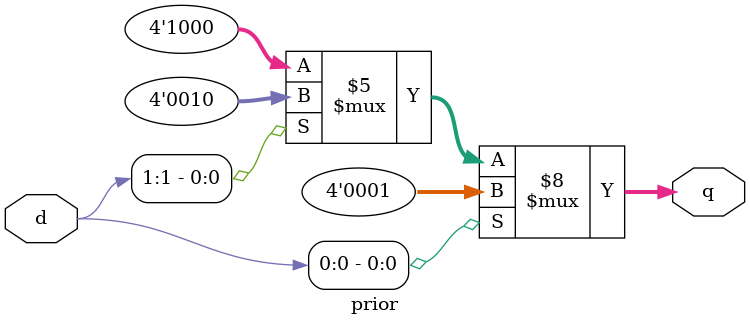
<source format=sv>
module prior(input [3:0] d, output reg [3:0] q);
    always @(*)
        if (d[0] == 1) q <= 1;
        else if (d[1] == 1) q <= 2;
        else q <= 8;
endmodule
</source>
